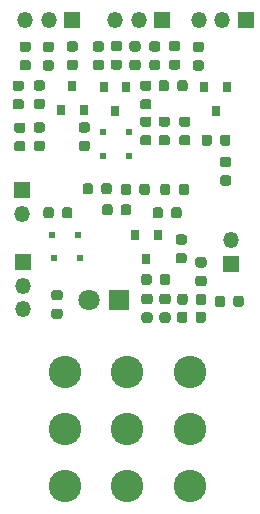
<source format=gbr>
%TF.GenerationSoftware,KiCad,Pcbnew,(5.1.7)-1*%
%TF.CreationDate,2020-11-01T08:55:33-06:00*%
%TF.ProjectId,MuffPiSMT,4d756666-5069-4534-9d54-2e6b69636164,rev?*%
%TF.SameCoordinates,Original*%
%TF.FileFunction,Soldermask,Top*%
%TF.FilePolarity,Negative*%
%FSLAX46Y46*%
G04 Gerber Fmt 4.6, Leading zero omitted, Abs format (unit mm)*
G04 Created by KiCad (PCBNEW (5.1.7)-1) date 2020-11-01 08:55:33*
%MOMM*%
%LPD*%
G01*
G04 APERTURE LIST*
%ADD10C,2.743200*%
%ADD11R,1.350000X1.350000*%
%ADD12O,1.350000X1.350000*%
%ADD13R,1.800000X1.800000*%
%ADD14C,1.800000*%
%ADD15R,0.500000X0.500000*%
%ADD16R,0.800000X0.900000*%
G04 APERTURE END LIST*
D10*
%TO.C,S1*%
X123225560Y-109501940D03*
X123225560Y-114300000D03*
X123225560Y-119098060D03*
X128524000Y-109501940D03*
X128524000Y-114300000D03*
X128524000Y-119098060D03*
X133822440Y-109501940D03*
X133822440Y-114300000D03*
X133822440Y-119098060D03*
%TD*%
D11*
%TO.C,BT1*%
X119583200Y-94113600D03*
D12*
X119583200Y-96113600D03*
%TD*%
D13*
%TO.C,D5*%
X127812800Y-103378000D03*
D14*
X125272800Y-103378000D03*
%TD*%
D11*
%TO.C,J1*%
X119684800Y-100190800D03*
D12*
X119684800Y-102190800D03*
X119684800Y-104190800D03*
%TD*%
D11*
%TO.C,J2*%
X137287000Y-100330000D03*
D12*
X137287000Y-98330000D03*
%TD*%
%TO.C,SUST*%
X119875800Y-79679800D03*
X121875800Y-79679800D03*
D11*
X123875800Y-79679800D03*
%TD*%
D12*
%TO.C,TONE*%
X127495800Y-79679800D03*
X129495800Y-79679800D03*
D11*
X131495800Y-79679800D03*
%TD*%
%TO.C,VOL*%
X138575800Y-79679800D03*
D12*
X136575800Y-79679800D03*
X134575800Y-79679800D03*
%TD*%
%TO.C,C1*%
G36*
G01*
X131468150Y-102864200D02*
X131980650Y-102864200D01*
G75*
G02*
X132199400Y-103082950I0J-218750D01*
G01*
X132199400Y-103520450D01*
G75*
G02*
X131980650Y-103739200I-218750J0D01*
G01*
X131468150Y-103739200D01*
G75*
G02*
X131249400Y-103520450I0J218750D01*
G01*
X131249400Y-103082950D01*
G75*
G02*
X131468150Y-102864200I218750J0D01*
G01*
G37*
G36*
G01*
X131468150Y-104439200D02*
X131980650Y-104439200D01*
G75*
G02*
X132199400Y-104657950I0J-218750D01*
G01*
X132199400Y-105095450D01*
G75*
G02*
X131980650Y-105314200I-218750J0D01*
G01*
X131468150Y-105314200D01*
G75*
G02*
X131249400Y-105095450I0J218750D01*
G01*
X131249400Y-104657950D01*
G75*
G02*
X131468150Y-104439200I218750J0D01*
G01*
G37*
%TD*%
%TO.C,C2*%
G36*
G01*
X133609600Y-104594950D02*
X133609600Y-105107450D01*
G75*
G02*
X133390850Y-105326200I-218750J0D01*
G01*
X132953350Y-105326200D01*
G75*
G02*
X132734600Y-105107450I0J218750D01*
G01*
X132734600Y-104594950D01*
G75*
G02*
X132953350Y-104376200I218750J0D01*
G01*
X133390850Y-104376200D01*
G75*
G02*
X133609600Y-104594950I0J-218750D01*
G01*
G37*
G36*
G01*
X135184600Y-104594950D02*
X135184600Y-105107450D01*
G75*
G02*
X134965850Y-105326200I-218750J0D01*
G01*
X134528350Y-105326200D01*
G75*
G02*
X134309600Y-105107450I0J218750D01*
G01*
X134309600Y-104594950D01*
G75*
G02*
X134528350Y-104376200I218750J0D01*
G01*
X134965850Y-104376200D01*
G75*
G02*
X135184600Y-104594950I0J-218750D01*
G01*
G37*
%TD*%
%TO.C,C3*%
G36*
G01*
X123619550Y-83052300D02*
X124132050Y-83052300D01*
G75*
G02*
X124350800Y-83271050I0J-218750D01*
G01*
X124350800Y-83708550D01*
G75*
G02*
X124132050Y-83927300I-218750J0D01*
G01*
X123619550Y-83927300D01*
G75*
G02*
X123400800Y-83708550I0J218750D01*
G01*
X123400800Y-83271050D01*
G75*
G02*
X123619550Y-83052300I218750J0D01*
G01*
G37*
G36*
G01*
X123619550Y-81477300D02*
X124132050Y-81477300D01*
G75*
G02*
X124350800Y-81696050I0J-218750D01*
G01*
X124350800Y-82133550D01*
G75*
G02*
X124132050Y-82352300I-218750J0D01*
G01*
X123619550Y-82352300D01*
G75*
G02*
X123400800Y-82133550I0J218750D01*
G01*
X123400800Y-81696050D01*
G75*
G02*
X123619550Y-81477300I218750J0D01*
G01*
G37*
%TD*%
%TO.C,C4*%
G36*
G01*
X122100050Y-83978300D02*
X121587550Y-83978300D01*
G75*
G02*
X121368800Y-83759550I0J218750D01*
G01*
X121368800Y-83322050D01*
G75*
G02*
X121587550Y-83103300I218750J0D01*
G01*
X122100050Y-83103300D01*
G75*
G02*
X122318800Y-83322050I0J-218750D01*
G01*
X122318800Y-83759550D01*
G75*
G02*
X122100050Y-83978300I-218750J0D01*
G01*
G37*
G36*
G01*
X122100050Y-82403300D02*
X121587550Y-82403300D01*
G75*
G02*
X121368800Y-82184550I0J218750D01*
G01*
X121368800Y-81747050D01*
G75*
G02*
X121587550Y-81528300I218750J0D01*
G01*
X122100050Y-81528300D01*
G75*
G02*
X122318800Y-81747050I0J-218750D01*
G01*
X122318800Y-82184550D01*
G75*
G02*
X122100050Y-82403300I-218750J0D01*
G01*
G37*
%TD*%
%TO.C,C5*%
G36*
G01*
X130355050Y-90302700D02*
X129842550Y-90302700D01*
G75*
G02*
X129623800Y-90083950I0J218750D01*
G01*
X129623800Y-89646450D01*
G75*
G02*
X129842550Y-89427700I218750J0D01*
G01*
X130355050Y-89427700D01*
G75*
G02*
X130573800Y-89646450I0J-218750D01*
G01*
X130573800Y-90083950D01*
G75*
G02*
X130355050Y-90302700I-218750J0D01*
G01*
G37*
G36*
G01*
X130355050Y-88727700D02*
X129842550Y-88727700D01*
G75*
G02*
X129623800Y-88508950I0J218750D01*
G01*
X129623800Y-88071450D01*
G75*
G02*
X129842550Y-87852700I218750J0D01*
G01*
X130355050Y-87852700D01*
G75*
G02*
X130573800Y-88071450I0J-218750D01*
G01*
X130573800Y-88508950D01*
G75*
G02*
X130355050Y-88727700I-218750J0D01*
G01*
G37*
%TD*%
%TO.C,C6*%
G36*
G01*
X119687050Y-89235800D02*
X119174550Y-89235800D01*
G75*
G02*
X118955800Y-89017050I0J218750D01*
G01*
X118955800Y-88579550D01*
G75*
G02*
X119174550Y-88360800I218750J0D01*
G01*
X119687050Y-88360800D01*
G75*
G02*
X119905800Y-88579550I0J-218750D01*
G01*
X119905800Y-89017050D01*
G75*
G02*
X119687050Y-89235800I-218750J0D01*
G01*
G37*
G36*
G01*
X119687050Y-90810800D02*
X119174550Y-90810800D01*
G75*
G02*
X118955800Y-90592050I0J218750D01*
G01*
X118955800Y-90154550D01*
G75*
G02*
X119174550Y-89935800I218750J0D01*
G01*
X119687050Y-89935800D01*
G75*
G02*
X119905800Y-90154550I0J-218750D01*
G01*
X119905800Y-90592050D01*
G75*
G02*
X119687050Y-90810800I-218750J0D01*
G01*
G37*
%TD*%
%TO.C,C7*%
G36*
G01*
X131312200Y-94287050D02*
X131312200Y-93774550D01*
G75*
G02*
X131530950Y-93555800I218750J0D01*
G01*
X131968450Y-93555800D01*
G75*
G02*
X132187200Y-93774550I0J-218750D01*
G01*
X132187200Y-94287050D01*
G75*
G02*
X131968450Y-94505800I-218750J0D01*
G01*
X131530950Y-94505800D01*
G75*
G02*
X131312200Y-94287050I0J218750D01*
G01*
G37*
G36*
G01*
X132887200Y-94287050D02*
X132887200Y-93774550D01*
G75*
G02*
X133105950Y-93555800I218750J0D01*
G01*
X133543450Y-93555800D01*
G75*
G02*
X133762200Y-93774550I0J-218750D01*
G01*
X133762200Y-94287050D01*
G75*
G02*
X133543450Y-94505800I-218750J0D01*
G01*
X133105950Y-94505800D01*
G75*
G02*
X132887200Y-94287050I0J218750D01*
G01*
G37*
%TD*%
%TO.C,C8*%
G36*
G01*
X126410100Y-96014250D02*
X126410100Y-95501750D01*
G75*
G02*
X126628850Y-95283000I218750J0D01*
G01*
X127066350Y-95283000D01*
G75*
G02*
X127285100Y-95501750I0J-218750D01*
G01*
X127285100Y-96014250D01*
G75*
G02*
X127066350Y-96233000I-218750J0D01*
G01*
X126628850Y-96233000D01*
G75*
G02*
X126410100Y-96014250I0J218750D01*
G01*
G37*
G36*
G01*
X127985100Y-96014250D02*
X127985100Y-95501750D01*
G75*
G02*
X128203850Y-95283000I218750J0D01*
G01*
X128641350Y-95283000D01*
G75*
G02*
X128860100Y-95501750I0J-218750D01*
G01*
X128860100Y-96014250D01*
G75*
G02*
X128641350Y-96233000I-218750J0D01*
G01*
X128203850Y-96233000D01*
G75*
G02*
X127985100Y-96014250I0J218750D01*
G01*
G37*
%TD*%
%TO.C,C9*%
G36*
G01*
X131286900Y-101907050D02*
X131286900Y-101394550D01*
G75*
G02*
X131505650Y-101175800I218750J0D01*
G01*
X131943150Y-101175800D01*
G75*
G02*
X132161900Y-101394550I0J-218750D01*
G01*
X132161900Y-101907050D01*
G75*
G02*
X131943150Y-102125800I-218750J0D01*
G01*
X131505650Y-102125800D01*
G75*
G02*
X131286900Y-101907050I0J218750D01*
G01*
G37*
G36*
G01*
X129711900Y-101907050D02*
X129711900Y-101394550D01*
G75*
G02*
X129930650Y-101175800I218750J0D01*
G01*
X130368150Y-101175800D01*
G75*
G02*
X130586900Y-101394550I0J-218750D01*
G01*
X130586900Y-101907050D01*
G75*
G02*
X130368150Y-102125800I-218750J0D01*
G01*
X129930650Y-102125800D01*
G75*
G02*
X129711900Y-101907050I0J218750D01*
G01*
G37*
%TD*%
%TO.C,C10*%
G36*
G01*
X130604550Y-83052400D02*
X131117050Y-83052400D01*
G75*
G02*
X131335800Y-83271150I0J-218750D01*
G01*
X131335800Y-83708650D01*
G75*
G02*
X131117050Y-83927400I-218750J0D01*
G01*
X130604550Y-83927400D01*
G75*
G02*
X130385800Y-83708650I0J218750D01*
G01*
X130385800Y-83271150D01*
G75*
G02*
X130604550Y-83052400I218750J0D01*
G01*
G37*
G36*
G01*
X130604550Y-81477400D02*
X131117050Y-81477400D01*
G75*
G02*
X131335800Y-81696150I0J-218750D01*
G01*
X131335800Y-82133650D01*
G75*
G02*
X131117050Y-82352400I-218750J0D01*
G01*
X130604550Y-82352400D01*
G75*
G02*
X130385800Y-82133650I0J218750D01*
G01*
X130385800Y-81696150D01*
G75*
G02*
X130604550Y-81477400I218750J0D01*
G01*
G37*
%TD*%
%TO.C,C11*%
G36*
G01*
X126341850Y-82352400D02*
X125829350Y-82352400D01*
G75*
G02*
X125610600Y-82133650I0J218750D01*
G01*
X125610600Y-81696150D01*
G75*
G02*
X125829350Y-81477400I218750J0D01*
G01*
X126341850Y-81477400D01*
G75*
G02*
X126560600Y-81696150I0J-218750D01*
G01*
X126560600Y-82133650D01*
G75*
G02*
X126341850Y-82352400I-218750J0D01*
G01*
G37*
G36*
G01*
X126341850Y-83927400D02*
X125829350Y-83927400D01*
G75*
G02*
X125610600Y-83708650I0J218750D01*
G01*
X125610600Y-83271150D01*
G75*
G02*
X125829350Y-83052400I218750J0D01*
G01*
X126341850Y-83052400D01*
G75*
G02*
X126560600Y-83271150I0J-218750D01*
G01*
X126560600Y-83708650D01*
G75*
G02*
X126341850Y-83927400I-218750J0D01*
G01*
G37*
%TD*%
%TO.C,C12*%
G36*
G01*
X128928150Y-81477400D02*
X129440650Y-81477400D01*
G75*
G02*
X129659400Y-81696150I0J-218750D01*
G01*
X129659400Y-82133650D01*
G75*
G02*
X129440650Y-82352400I-218750J0D01*
G01*
X128928150Y-82352400D01*
G75*
G02*
X128709400Y-82133650I0J218750D01*
G01*
X128709400Y-81696150D01*
G75*
G02*
X128928150Y-81477400I218750J0D01*
G01*
G37*
G36*
G01*
X128928150Y-83052400D02*
X129440650Y-83052400D01*
G75*
G02*
X129659400Y-83271150I0J-218750D01*
G01*
X129659400Y-83708650D01*
G75*
G02*
X129440650Y-83927400I-218750J0D01*
G01*
X128928150Y-83927400D01*
G75*
G02*
X128709400Y-83708650I0J218750D01*
G01*
X128709400Y-83271150D01*
G75*
G02*
X128928150Y-83052400I218750J0D01*
G01*
G37*
%TD*%
%TO.C,C13*%
G36*
G01*
X134800050Y-83978300D02*
X134287550Y-83978300D01*
G75*
G02*
X134068800Y-83759550I0J218750D01*
G01*
X134068800Y-83322050D01*
G75*
G02*
X134287550Y-83103300I218750J0D01*
G01*
X134800050Y-83103300D01*
G75*
G02*
X135018800Y-83322050I0J-218750D01*
G01*
X135018800Y-83759550D01*
G75*
G02*
X134800050Y-83978300I-218750J0D01*
G01*
G37*
G36*
G01*
X134800050Y-82403300D02*
X134287550Y-82403300D01*
G75*
G02*
X134068800Y-82184550I0J218750D01*
G01*
X134068800Y-81747050D01*
G75*
G02*
X134287550Y-81528300I218750J0D01*
G01*
X134800050Y-81528300D01*
G75*
G02*
X135018800Y-81747050I0J-218750D01*
G01*
X135018800Y-82184550D01*
G75*
G02*
X134800050Y-82403300I-218750J0D01*
G01*
G37*
%TD*%
D15*
%TO.C,D1*%
X128658800Y-89204800D03*
X126458800Y-89204800D03*
%TD*%
%TO.C,D2*%
X128658800Y-91236800D03*
X126458800Y-91236800D03*
%TD*%
%TO.C,D3*%
X124366200Y-97917000D03*
X122166200Y-97917000D03*
%TD*%
%TO.C,D4*%
X124493200Y-99822000D03*
X122293200Y-99822000D03*
%TD*%
D16*
%TO.C,Q1*%
X122925800Y-87283800D03*
X124825800Y-87283800D03*
X123875800Y-85283800D03*
%TD*%
%TO.C,Q2*%
X127497800Y-87394800D03*
X126547800Y-85394800D03*
X128447800Y-85394800D03*
%TD*%
%TO.C,Q3*%
X130149600Y-99907600D03*
X129199600Y-97907600D03*
X131099600Y-97907600D03*
%TD*%
%TO.C,Q4*%
X136967000Y-85376000D03*
X135067000Y-85376000D03*
X136017000Y-87376000D03*
%TD*%
%TO.C,R1*%
G36*
G01*
X129944150Y-104439200D02*
X130456650Y-104439200D01*
G75*
G02*
X130675400Y-104657950I0J-218750D01*
G01*
X130675400Y-105095450D01*
G75*
G02*
X130456650Y-105314200I-218750J0D01*
G01*
X129944150Y-105314200D01*
G75*
G02*
X129725400Y-105095450I0J218750D01*
G01*
X129725400Y-104657950D01*
G75*
G02*
X129944150Y-104439200I218750J0D01*
G01*
G37*
G36*
G01*
X129944150Y-102864200D02*
X130456650Y-102864200D01*
G75*
G02*
X130675400Y-103082950I0J-218750D01*
G01*
X130675400Y-103520450D01*
G75*
G02*
X130456650Y-103739200I-218750J0D01*
G01*
X129944150Y-103739200D01*
G75*
G02*
X129725400Y-103520450I0J218750D01*
G01*
X129725400Y-103082950D01*
G75*
G02*
X129944150Y-102864200I218750J0D01*
G01*
G37*
%TD*%
%TO.C,R2*%
G36*
G01*
X125148050Y-89210300D02*
X124635550Y-89210300D01*
G75*
G02*
X124416800Y-88991550I0J218750D01*
G01*
X124416800Y-88554050D01*
G75*
G02*
X124635550Y-88335300I218750J0D01*
G01*
X125148050Y-88335300D01*
G75*
G02*
X125366800Y-88554050I0J-218750D01*
G01*
X125366800Y-88991550D01*
G75*
G02*
X125148050Y-89210300I-218750J0D01*
G01*
G37*
G36*
G01*
X125148050Y-90785300D02*
X124635550Y-90785300D01*
G75*
G02*
X124416800Y-90566550I0J218750D01*
G01*
X124416800Y-90129050D01*
G75*
G02*
X124635550Y-89910300I218750J0D01*
G01*
X125148050Y-89910300D01*
G75*
G02*
X125366800Y-90129050I0J-218750D01*
G01*
X125366800Y-90566550D01*
G75*
G02*
X125148050Y-90785300I-218750J0D01*
G01*
G37*
%TD*%
%TO.C,R3*%
G36*
G01*
X134334900Y-103583450D02*
X134334900Y-103070950D01*
G75*
G02*
X134553650Y-102852200I218750J0D01*
G01*
X134991150Y-102852200D01*
G75*
G02*
X135209900Y-103070950I0J-218750D01*
G01*
X135209900Y-103583450D01*
G75*
G02*
X134991150Y-103802200I-218750J0D01*
G01*
X134553650Y-103802200D01*
G75*
G02*
X134334900Y-103583450I0J218750D01*
G01*
G37*
G36*
G01*
X132759900Y-103583450D02*
X132759900Y-103070950D01*
G75*
G02*
X132978650Y-102852200I218750J0D01*
G01*
X133416150Y-102852200D01*
G75*
G02*
X133634900Y-103070950I0J-218750D01*
G01*
X133634900Y-103583450D01*
G75*
G02*
X133416150Y-103802200I-218750J0D01*
G01*
X132978650Y-103802200D01*
G75*
G02*
X132759900Y-103583450I0J218750D01*
G01*
G37*
%TD*%
%TO.C,R4*%
G36*
G01*
X135028650Y-100640400D02*
X134516150Y-100640400D01*
G75*
G02*
X134297400Y-100421650I0J218750D01*
G01*
X134297400Y-99984150D01*
G75*
G02*
X134516150Y-99765400I218750J0D01*
G01*
X135028650Y-99765400D01*
G75*
G02*
X135247400Y-99984150I0J-218750D01*
G01*
X135247400Y-100421650D01*
G75*
G02*
X135028650Y-100640400I-218750J0D01*
G01*
G37*
G36*
G01*
X135028650Y-102215400D02*
X134516150Y-102215400D01*
G75*
G02*
X134297400Y-101996650I0J218750D01*
G01*
X134297400Y-101559150D01*
G75*
G02*
X134516150Y-101340400I218750J0D01*
G01*
X135028650Y-101340400D01*
G75*
G02*
X135247400Y-101559150I0J-218750D01*
G01*
X135247400Y-101996650D01*
G75*
G02*
X135028650Y-102215400I-218750J0D01*
G01*
G37*
%TD*%
%TO.C,R5*%
G36*
G01*
X119047550Y-84804800D02*
X119560050Y-84804800D01*
G75*
G02*
X119778800Y-85023550I0J-218750D01*
G01*
X119778800Y-85461050D01*
G75*
G02*
X119560050Y-85679800I-218750J0D01*
G01*
X119047550Y-85679800D01*
G75*
G02*
X118828800Y-85461050I0J218750D01*
G01*
X118828800Y-85023550D01*
G75*
G02*
X119047550Y-84804800I218750J0D01*
G01*
G37*
G36*
G01*
X119047550Y-86379800D02*
X119560050Y-86379800D01*
G75*
G02*
X119778800Y-86598550I0J-218750D01*
G01*
X119778800Y-87036050D01*
G75*
G02*
X119560050Y-87254800I-218750J0D01*
G01*
X119047550Y-87254800D01*
G75*
G02*
X118828800Y-87036050I0J218750D01*
G01*
X118828800Y-86598550D01*
G75*
G02*
X119047550Y-86379800I218750J0D01*
G01*
G37*
%TD*%
%TO.C,R6*%
G36*
G01*
X120144250Y-83952800D02*
X119631750Y-83952800D01*
G75*
G02*
X119413000Y-83734050I0J218750D01*
G01*
X119413000Y-83296550D01*
G75*
G02*
X119631750Y-83077800I218750J0D01*
G01*
X120144250Y-83077800D01*
G75*
G02*
X120363000Y-83296550I0J-218750D01*
G01*
X120363000Y-83734050D01*
G75*
G02*
X120144250Y-83952800I-218750J0D01*
G01*
G37*
G36*
G01*
X120144250Y-82377800D02*
X119631750Y-82377800D01*
G75*
G02*
X119413000Y-82159050I0J218750D01*
G01*
X119413000Y-81721550D01*
G75*
G02*
X119631750Y-81502800I218750J0D01*
G01*
X120144250Y-81502800D01*
G75*
G02*
X120363000Y-81721550I0J-218750D01*
G01*
X120363000Y-82159050D01*
G75*
G02*
X120144250Y-82377800I-218750J0D01*
G01*
G37*
%TD*%
%TO.C,R7*%
G36*
G01*
X120825550Y-84779300D02*
X121338050Y-84779300D01*
G75*
G02*
X121556800Y-84998050I0J-218750D01*
G01*
X121556800Y-85435550D01*
G75*
G02*
X121338050Y-85654300I-218750J0D01*
G01*
X120825550Y-85654300D01*
G75*
G02*
X120606800Y-85435550I0J218750D01*
G01*
X120606800Y-84998050D01*
G75*
G02*
X120825550Y-84779300I218750J0D01*
G01*
G37*
G36*
G01*
X120825550Y-86354300D02*
X121338050Y-86354300D01*
G75*
G02*
X121556800Y-86573050I0J-218750D01*
G01*
X121556800Y-87010550D01*
G75*
G02*
X121338050Y-87229300I-218750J0D01*
G01*
X120825550Y-87229300D01*
G75*
G02*
X120606800Y-87010550I0J218750D01*
G01*
X120606800Y-86573050D01*
G75*
G02*
X120825550Y-86354300I218750J0D01*
G01*
G37*
%TD*%
%TO.C,R8*%
G36*
G01*
X131417350Y-89427900D02*
X131929850Y-89427900D01*
G75*
G02*
X132148600Y-89646650I0J-218750D01*
G01*
X132148600Y-90084150D01*
G75*
G02*
X131929850Y-90302900I-218750J0D01*
G01*
X131417350Y-90302900D01*
G75*
G02*
X131198600Y-90084150I0J218750D01*
G01*
X131198600Y-89646650D01*
G75*
G02*
X131417350Y-89427900I218750J0D01*
G01*
G37*
G36*
G01*
X131417350Y-87852900D02*
X131929850Y-87852900D01*
G75*
G02*
X132148600Y-88071650I0J-218750D01*
G01*
X132148600Y-88509150D01*
G75*
G02*
X131929850Y-88727900I-218750J0D01*
G01*
X131417350Y-88727900D01*
G75*
G02*
X131198600Y-88509150I0J218750D01*
G01*
X131198600Y-88071650D01*
G75*
G02*
X131417350Y-87852900I218750J0D01*
G01*
G37*
%TD*%
%TO.C,R9*%
G36*
G01*
X120825550Y-89910300D02*
X121338050Y-89910300D01*
G75*
G02*
X121556800Y-90129050I0J-218750D01*
G01*
X121556800Y-90566550D01*
G75*
G02*
X121338050Y-90785300I-218750J0D01*
G01*
X120825550Y-90785300D01*
G75*
G02*
X120606800Y-90566550I0J218750D01*
G01*
X120606800Y-90129050D01*
G75*
G02*
X120825550Y-89910300I218750J0D01*
G01*
G37*
G36*
G01*
X120825550Y-88335300D02*
X121338050Y-88335300D01*
G75*
G02*
X121556800Y-88554050I0J-218750D01*
G01*
X121556800Y-88991550D01*
G75*
G02*
X121338050Y-89210300I-218750J0D01*
G01*
X120825550Y-89210300D01*
G75*
G02*
X120606800Y-88991550I0J218750D01*
G01*
X120606800Y-88554050D01*
G75*
G02*
X120825550Y-88335300I218750J0D01*
G01*
G37*
%TD*%
%TO.C,R10*%
G36*
G01*
X124759000Y-94236250D02*
X124759000Y-93723750D01*
G75*
G02*
X124977750Y-93505000I218750J0D01*
G01*
X125415250Y-93505000D01*
G75*
G02*
X125634000Y-93723750I0J-218750D01*
G01*
X125634000Y-94236250D01*
G75*
G02*
X125415250Y-94455000I-218750J0D01*
G01*
X124977750Y-94455000D01*
G75*
G02*
X124759000Y-94236250I0J218750D01*
G01*
G37*
G36*
G01*
X126334000Y-94236250D02*
X126334000Y-93723750D01*
G75*
G02*
X126552750Y-93505000I218750J0D01*
G01*
X126990250Y-93505000D01*
G75*
G02*
X127209000Y-93723750I0J-218750D01*
G01*
X127209000Y-94236250D01*
G75*
G02*
X126990250Y-94455000I-218750J0D01*
G01*
X126552750Y-94455000D01*
G75*
G02*
X126334000Y-94236250I0J218750D01*
G01*
G37*
%TD*%
%TO.C,R11*%
G36*
G01*
X133144550Y-87852900D02*
X133657050Y-87852900D01*
G75*
G02*
X133875800Y-88071650I0J-218750D01*
G01*
X133875800Y-88509150D01*
G75*
G02*
X133657050Y-88727900I-218750J0D01*
G01*
X133144550Y-88727900D01*
G75*
G02*
X132925800Y-88509150I0J218750D01*
G01*
X132925800Y-88071650D01*
G75*
G02*
X133144550Y-87852900I218750J0D01*
G01*
G37*
G36*
G01*
X133144550Y-89427900D02*
X133657050Y-89427900D01*
G75*
G02*
X133875800Y-89646650I0J-218750D01*
G01*
X133875800Y-90084150D01*
G75*
G02*
X133657050Y-90302900I-218750J0D01*
G01*
X133144550Y-90302900D01*
G75*
G02*
X132925800Y-90084150I0J218750D01*
G01*
X132925800Y-89646650D01*
G75*
G02*
X133144550Y-89427900I218750J0D01*
G01*
G37*
%TD*%
%TO.C,R12*%
G36*
G01*
X130434900Y-93774550D02*
X130434900Y-94287050D01*
G75*
G02*
X130216150Y-94505800I-218750J0D01*
G01*
X129778650Y-94505800D01*
G75*
G02*
X129559900Y-94287050I0J218750D01*
G01*
X129559900Y-93774550D01*
G75*
G02*
X129778650Y-93555800I218750J0D01*
G01*
X130216150Y-93555800D01*
G75*
G02*
X130434900Y-93774550I0J-218750D01*
G01*
G37*
G36*
G01*
X128859900Y-93774550D02*
X128859900Y-94287050D01*
G75*
G02*
X128641150Y-94505800I-218750J0D01*
G01*
X128203650Y-94505800D01*
G75*
G02*
X127984900Y-94287050I0J218750D01*
G01*
X127984900Y-93774550D01*
G75*
G02*
X128203650Y-93555800I218750J0D01*
G01*
X128641150Y-93555800D01*
G75*
G02*
X128859900Y-93774550I0J-218750D01*
G01*
G37*
%TD*%
%TO.C,R13*%
G36*
G01*
X133352250Y-98710000D02*
X132839750Y-98710000D01*
G75*
G02*
X132621000Y-98491250I0J218750D01*
G01*
X132621000Y-98053750D01*
G75*
G02*
X132839750Y-97835000I218750J0D01*
G01*
X133352250Y-97835000D01*
G75*
G02*
X133571000Y-98053750I0J-218750D01*
G01*
X133571000Y-98491250D01*
G75*
G02*
X133352250Y-98710000I-218750J0D01*
G01*
G37*
G36*
G01*
X133352250Y-100285000D02*
X132839750Y-100285000D01*
G75*
G02*
X132621000Y-100066250I0J218750D01*
G01*
X132621000Y-99628750D01*
G75*
G02*
X132839750Y-99410000I218750J0D01*
G01*
X133352250Y-99410000D01*
G75*
G02*
X133571000Y-99628750I0J-218750D01*
G01*
X133571000Y-100066250D01*
G75*
G02*
X133352250Y-100285000I-218750J0D01*
G01*
G37*
%TD*%
%TO.C,R14*%
G36*
G01*
X136810000Y-103248750D02*
X136810000Y-103761250D01*
G75*
G02*
X136591250Y-103980000I-218750J0D01*
G01*
X136153750Y-103980000D01*
G75*
G02*
X135935000Y-103761250I0J218750D01*
G01*
X135935000Y-103248750D01*
G75*
G02*
X136153750Y-103030000I218750J0D01*
G01*
X136591250Y-103030000D01*
G75*
G02*
X136810000Y-103248750I0J-218750D01*
G01*
G37*
G36*
G01*
X138385000Y-103248750D02*
X138385000Y-103761250D01*
G75*
G02*
X138166250Y-103980000I-218750J0D01*
G01*
X137728750Y-103980000D01*
G75*
G02*
X137510000Y-103761250I0J218750D01*
G01*
X137510000Y-103248750D01*
G75*
G02*
X137728750Y-103030000I218750J0D01*
G01*
X138166250Y-103030000D01*
G75*
G02*
X138385000Y-103248750I0J-218750D01*
G01*
G37*
%TD*%
%TO.C,R15*%
G36*
G01*
X132252300Y-96268250D02*
X132252300Y-95755750D01*
G75*
G02*
X132471050Y-95537000I218750J0D01*
G01*
X132908550Y-95537000D01*
G75*
G02*
X133127300Y-95755750I0J-218750D01*
G01*
X133127300Y-96268250D01*
G75*
G02*
X132908550Y-96487000I-218750J0D01*
G01*
X132471050Y-96487000D01*
G75*
G02*
X132252300Y-96268250I0J218750D01*
G01*
G37*
G36*
G01*
X130677300Y-96268250D02*
X130677300Y-95755750D01*
G75*
G02*
X130896050Y-95537000I218750J0D01*
G01*
X131333550Y-95537000D01*
G75*
G02*
X131552300Y-95755750I0J-218750D01*
G01*
X131552300Y-96268250D01*
G75*
G02*
X131333550Y-96487000I-218750J0D01*
G01*
X130896050Y-96487000D01*
G75*
G02*
X130677300Y-96268250I0J218750D01*
G01*
G37*
%TD*%
%TO.C,R16*%
G36*
G01*
X121431500Y-96268250D02*
X121431500Y-95755750D01*
G75*
G02*
X121650250Y-95537000I218750J0D01*
G01*
X122087750Y-95537000D01*
G75*
G02*
X122306500Y-95755750I0J-218750D01*
G01*
X122306500Y-96268250D01*
G75*
G02*
X122087750Y-96487000I-218750J0D01*
G01*
X121650250Y-96487000D01*
G75*
G02*
X121431500Y-96268250I0J218750D01*
G01*
G37*
G36*
G01*
X123006500Y-96268250D02*
X123006500Y-95755750D01*
G75*
G02*
X123225250Y-95537000I218750J0D01*
G01*
X123662750Y-95537000D01*
G75*
G02*
X123881500Y-95755750I0J-218750D01*
G01*
X123881500Y-96268250D01*
G75*
G02*
X123662750Y-96487000I-218750J0D01*
G01*
X123225250Y-96487000D01*
G75*
G02*
X123006500Y-96268250I0J218750D01*
G01*
G37*
%TD*%
%TO.C,R17*%
G36*
G01*
X127865850Y-82326900D02*
X127353350Y-82326900D01*
G75*
G02*
X127134600Y-82108150I0J218750D01*
G01*
X127134600Y-81670650D01*
G75*
G02*
X127353350Y-81451900I218750J0D01*
G01*
X127865850Y-81451900D01*
G75*
G02*
X128084600Y-81670650I0J-218750D01*
G01*
X128084600Y-82108150D01*
G75*
G02*
X127865850Y-82326900I-218750J0D01*
G01*
G37*
G36*
G01*
X127865850Y-83901900D02*
X127353350Y-83901900D01*
G75*
G02*
X127134600Y-83683150I0J218750D01*
G01*
X127134600Y-83245650D01*
G75*
G02*
X127353350Y-83026900I218750J0D01*
G01*
X127865850Y-83026900D01*
G75*
G02*
X128084600Y-83245650I0J-218750D01*
G01*
X128084600Y-83683150D01*
G75*
G02*
X127865850Y-83901900I-218750J0D01*
G01*
G37*
%TD*%
%TO.C,R18*%
G36*
G01*
X132793450Y-83901900D02*
X132280950Y-83901900D01*
G75*
G02*
X132062200Y-83683150I0J218750D01*
G01*
X132062200Y-83245650D01*
G75*
G02*
X132280950Y-83026900I218750J0D01*
G01*
X132793450Y-83026900D01*
G75*
G02*
X133012200Y-83245650I0J-218750D01*
G01*
X133012200Y-83683150D01*
G75*
G02*
X132793450Y-83901900I-218750J0D01*
G01*
G37*
G36*
G01*
X132793450Y-82326900D02*
X132280950Y-82326900D01*
G75*
G02*
X132062200Y-82108150I0J218750D01*
G01*
X132062200Y-81670650D01*
G75*
G02*
X132280950Y-81451900I218750J0D01*
G01*
X132793450Y-81451900D01*
G75*
G02*
X133012200Y-81670650I0J-218750D01*
G01*
X133012200Y-82108150D01*
G75*
G02*
X132793450Y-82326900I-218750J0D01*
G01*
G37*
%TD*%
%TO.C,R19*%
G36*
G01*
X130355050Y-85679800D02*
X129842550Y-85679800D01*
G75*
G02*
X129623800Y-85461050I0J218750D01*
G01*
X129623800Y-85023550D01*
G75*
G02*
X129842550Y-84804800I218750J0D01*
G01*
X130355050Y-84804800D01*
G75*
G02*
X130573800Y-85023550I0J-218750D01*
G01*
X130573800Y-85461050D01*
G75*
G02*
X130355050Y-85679800I-218750J0D01*
G01*
G37*
G36*
G01*
X130355050Y-87254800D02*
X129842550Y-87254800D01*
G75*
G02*
X129623800Y-87036050I0J218750D01*
G01*
X129623800Y-86598550D01*
G75*
G02*
X129842550Y-86379800I218750J0D01*
G01*
X130355050Y-86379800D01*
G75*
G02*
X130573800Y-86598550I0J-218750D01*
G01*
X130573800Y-87036050D01*
G75*
G02*
X130355050Y-87254800I-218750J0D01*
G01*
G37*
%TD*%
%TO.C,R20*%
G36*
G01*
X131185300Y-85498650D02*
X131185300Y-84986150D01*
G75*
G02*
X131404050Y-84767400I218750J0D01*
G01*
X131841550Y-84767400D01*
G75*
G02*
X132060300Y-84986150I0J-218750D01*
G01*
X132060300Y-85498650D01*
G75*
G02*
X131841550Y-85717400I-218750J0D01*
G01*
X131404050Y-85717400D01*
G75*
G02*
X131185300Y-85498650I0J218750D01*
G01*
G37*
G36*
G01*
X132760300Y-85498650D02*
X132760300Y-84986150D01*
G75*
G02*
X132979050Y-84767400I218750J0D01*
G01*
X133416550Y-84767400D01*
G75*
G02*
X133635300Y-84986150I0J-218750D01*
G01*
X133635300Y-85498650D01*
G75*
G02*
X133416550Y-85717400I-218750J0D01*
G01*
X132979050Y-85717400D01*
G75*
G02*
X132760300Y-85498650I0J218750D01*
G01*
G37*
%TD*%
%TO.C,R21*%
G36*
G01*
X137111450Y-93706300D02*
X136598950Y-93706300D01*
G75*
G02*
X136380200Y-93487550I0J218750D01*
G01*
X136380200Y-93050050D01*
G75*
G02*
X136598950Y-92831300I218750J0D01*
G01*
X137111450Y-92831300D01*
G75*
G02*
X137330200Y-93050050I0J-218750D01*
G01*
X137330200Y-93487550D01*
G75*
G02*
X137111450Y-93706300I-218750J0D01*
G01*
G37*
G36*
G01*
X137111450Y-92131300D02*
X136598950Y-92131300D01*
G75*
G02*
X136380200Y-91912550I0J218750D01*
G01*
X136380200Y-91475050D01*
G75*
G02*
X136598950Y-91256300I218750J0D01*
G01*
X137111450Y-91256300D01*
G75*
G02*
X137330200Y-91475050I0J-218750D01*
G01*
X137330200Y-91912550D01*
G75*
G02*
X137111450Y-92131300I-218750J0D01*
G01*
G37*
%TD*%
%TO.C,R22*%
G36*
G01*
X137267400Y-89608950D02*
X137267400Y-90121450D01*
G75*
G02*
X137048650Y-90340200I-218750J0D01*
G01*
X136611150Y-90340200D01*
G75*
G02*
X136392400Y-90121450I0J218750D01*
G01*
X136392400Y-89608950D01*
G75*
G02*
X136611150Y-89390200I218750J0D01*
G01*
X137048650Y-89390200D01*
G75*
G02*
X137267400Y-89608950I0J-218750D01*
G01*
G37*
G36*
G01*
X135692400Y-89608950D02*
X135692400Y-90121450D01*
G75*
G02*
X135473650Y-90340200I-218750J0D01*
G01*
X135036150Y-90340200D01*
G75*
G02*
X134817400Y-90121450I0J218750D01*
G01*
X134817400Y-89608950D01*
G75*
G02*
X135036150Y-89390200I218750J0D01*
G01*
X135473650Y-89390200D01*
G75*
G02*
X135692400Y-89608950I0J-218750D01*
G01*
G37*
%TD*%
%TO.C,R23*%
G36*
G01*
X122836650Y-104984100D02*
X122324150Y-104984100D01*
G75*
G02*
X122105400Y-104765350I0J218750D01*
G01*
X122105400Y-104327850D01*
G75*
G02*
X122324150Y-104109100I218750J0D01*
G01*
X122836650Y-104109100D01*
G75*
G02*
X123055400Y-104327850I0J-218750D01*
G01*
X123055400Y-104765350D01*
G75*
G02*
X122836650Y-104984100I-218750J0D01*
G01*
G37*
G36*
G01*
X122836650Y-103409100D02*
X122324150Y-103409100D01*
G75*
G02*
X122105400Y-103190350I0J218750D01*
G01*
X122105400Y-102752850D01*
G75*
G02*
X122324150Y-102534100I218750J0D01*
G01*
X122836650Y-102534100D01*
G75*
G02*
X123055400Y-102752850I0J-218750D01*
G01*
X123055400Y-103190350D01*
G75*
G02*
X122836650Y-103409100I-218750J0D01*
G01*
G37*
%TD*%
M02*

</source>
